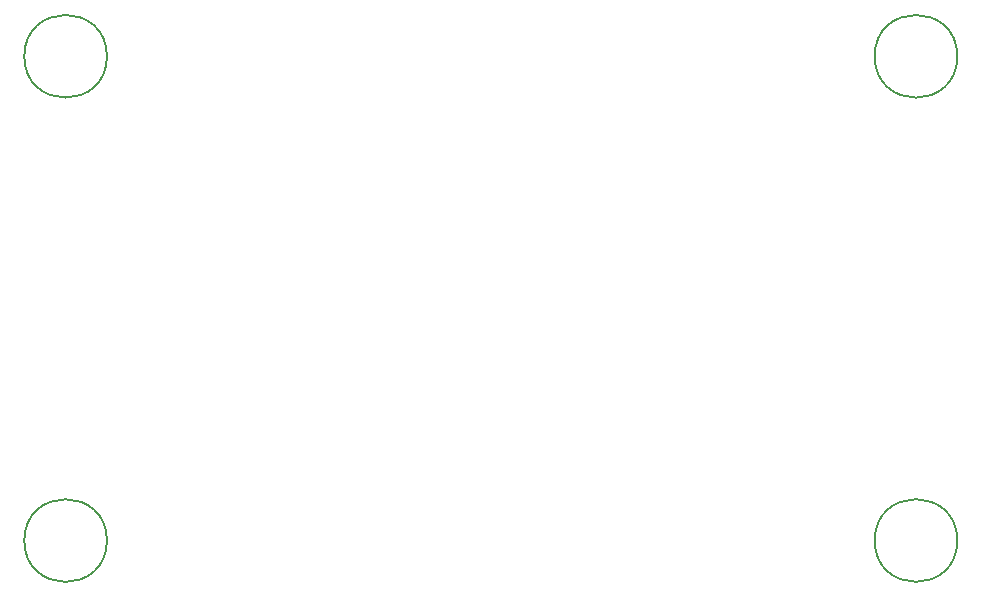
<source format=gbr>
%TF.GenerationSoftware,KiCad,Pcbnew,8.0.2-1*%
%TF.CreationDate,2024-05-28T01:52:33+02:00*%
%TF.ProjectId,glasgow,676c6173-676f-4772-9e6b-696361645f70,C3*%
%TF.SameCoordinates,Original*%
%TF.FileFunction,Other,Comment*%
%FSLAX46Y46*%
G04 Gerber Fmt 4.6, Leading zero omitted, Abs format (unit mm)*
G04 Created by KiCad (PCBNEW 8.0.2-1) date 2024-05-28 01:52:33*
%MOMM*%
%LPD*%
G01*
G04 APERTURE LIST*
%ADD10C,0.150000*%
G04 APERTURE END LIST*
D10*
%TO.C,MK1*%
X7500000Y4000000D02*
G75*
G02*
X500000Y4000000I-3500000J0D01*
G01*
X500000Y4000000D02*
G75*
G02*
X7500000Y4000000I3500000J0D01*
G01*
%TO.C,MK2*%
X7500000Y45000000D02*
G75*
G02*
X500000Y45000000I-3500000J0D01*
G01*
X500000Y45000000D02*
G75*
G02*
X7500000Y45000000I3500000J0D01*
G01*
%TO.C,MK4*%
X79500000Y4000000D02*
G75*
G02*
X72500000Y4000000I-3500000J0D01*
G01*
X72500000Y4000000D02*
G75*
G02*
X79500000Y4000000I3500000J0D01*
G01*
%TO.C,MK3*%
X79500000Y45000000D02*
G75*
G02*
X72500000Y45000000I-3500000J0D01*
G01*
X72500000Y45000000D02*
G75*
G02*
X79500000Y45000000I3500000J0D01*
G01*
%TD*%
M02*

</source>
